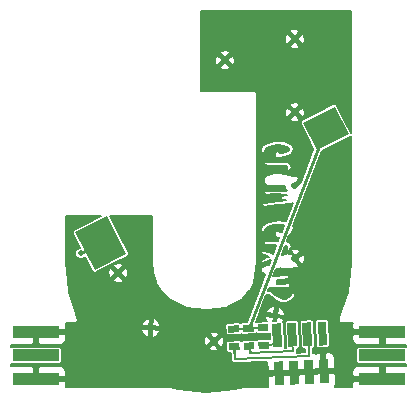
<source format=gbl>
G04 #@! TF.FileFunction,Copper,L2,Bot,Signal*
%FSLAX46Y46*%
G04 Gerber Fmt 4.6, Leading zero omitted, Abs format (unit mm)*
G04 Created by KiCad (PCBNEW 4.0.0-rc2-stable) date 3/3/2016 3:45:09 PM*
%MOMM*%
G01*
G04 APERTURE LIST*
%ADD10C,0.150000*%
%ADD11C,0.500000*%
%ADD12R,4.000000X1.000000*%
%ADD13C,0.600000*%
%ADD14C,0.254000*%
%ADD15C,0.152400*%
G04 APERTURE END LIST*
D10*
D11*
X55999590Y-41235686D03*
X58747029Y-45859908D03*
X64103395Y-47008621D03*
X69273889Y-44840174D03*
X70959961Y-39994140D03*
X70943080Y-33821465D03*
X70943080Y-27615262D03*
X70943080Y-21409060D03*
X65023305Y-23204706D03*
D12*
X78367330Y-50192207D03*
X78367330Y-48192207D03*
X78367330Y-46192207D03*
D13*
X77367330Y-50192207D03*
X77367330Y-48192207D03*
X77367330Y-46192207D03*
D12*
X49020836Y-46192207D03*
X49020836Y-48192207D03*
X49020836Y-50192207D03*
D13*
X50020836Y-46192207D03*
X50020836Y-48192207D03*
X50020836Y-50192207D03*
D10*
G36*
X75510003Y-29459309D02*
X72836983Y-30821281D01*
X71656607Y-28504665D01*
X74329627Y-27142693D01*
X75510003Y-29459309D01*
X75510003Y-29459309D01*
G37*
G36*
X56669460Y-39620213D02*
X53996441Y-40982185D01*
X52362074Y-37774561D01*
X55035093Y-36412589D01*
X56669460Y-39620213D01*
X56669460Y-39620213D01*
G37*
D11*
X52822855Y-39559970D03*
D10*
G36*
X69278071Y-50710860D02*
X69195046Y-48712584D01*
X69954391Y-48681034D01*
X70037416Y-50679310D01*
X69278071Y-50710860D01*
X69278071Y-50710860D01*
G37*
G36*
X70546977Y-50658140D02*
X70463952Y-48659864D01*
X71223297Y-48628314D01*
X71306322Y-50626590D01*
X70546977Y-50658140D01*
X70546977Y-50658140D01*
G37*
G36*
X71815882Y-50605420D02*
X71732857Y-48607144D01*
X72492202Y-48575594D01*
X72575227Y-50573870D01*
X71815882Y-50605420D01*
X71815882Y-50605420D01*
G37*
G36*
X73084787Y-50552699D02*
X73001762Y-48554423D01*
X73761107Y-48522873D01*
X73844132Y-50521149D01*
X73084787Y-50552699D01*
X73084787Y-50552699D01*
G37*
G36*
X69145233Y-47513619D02*
X69062208Y-45515343D01*
X69821553Y-45483793D01*
X69904578Y-47482069D01*
X69145233Y-47513619D01*
X69145233Y-47513619D01*
G37*
G36*
X70414138Y-47460898D02*
X70331113Y-45462622D01*
X71090458Y-45431072D01*
X71173483Y-47429348D01*
X70414138Y-47460898D01*
X70414138Y-47460898D01*
G37*
G36*
X71683043Y-47408178D02*
X71600018Y-45409902D01*
X72359363Y-45378352D01*
X72442388Y-47376628D01*
X71683043Y-47408178D01*
X71683043Y-47408178D01*
G37*
G36*
X72961940Y-47355042D02*
X72878916Y-45356766D01*
X73618278Y-45326048D01*
X73701302Y-47324324D01*
X72961940Y-47355042D01*
X72961940Y-47355042D01*
G37*
G36*
X67823206Y-46167338D02*
X67798298Y-45567855D01*
X68697522Y-45530494D01*
X68722430Y-46129977D01*
X67823206Y-46167338D01*
X67823206Y-46167338D01*
G37*
G36*
X67885475Y-47666045D02*
X67860567Y-47066562D01*
X68759791Y-47029201D01*
X68784699Y-47628684D01*
X67885475Y-47666045D01*
X67885475Y-47666045D01*
G37*
G36*
X66636552Y-47717935D02*
X66611644Y-47118452D01*
X67510868Y-47081091D01*
X67535776Y-47680574D01*
X66636552Y-47717935D01*
X66636552Y-47717935D01*
G37*
G36*
X66574284Y-46219228D02*
X66549376Y-45619745D01*
X67448600Y-45582384D01*
X67473508Y-46181867D01*
X66574284Y-46219228D01*
X66574284Y-46219228D01*
G37*
G36*
X65325361Y-46271118D02*
X65300453Y-45671635D01*
X66199677Y-45634274D01*
X66224585Y-46233757D01*
X65325361Y-46271118D01*
X65325361Y-46271118D01*
G37*
G36*
X65387630Y-47769825D02*
X65362722Y-47170342D01*
X66261946Y-47132981D01*
X66286854Y-47732464D01*
X65387630Y-47769825D01*
X65387630Y-47769825D01*
G37*
G36*
X68524536Y-47389277D02*
X68516234Y-47189450D01*
X69415458Y-47152089D01*
X69423760Y-47351916D01*
X68524536Y-47389277D01*
X68524536Y-47389277D01*
G37*
G36*
X67102768Y-48098910D02*
X67094466Y-47899082D01*
X70891190Y-47741336D01*
X70899492Y-47941164D01*
X67102768Y-48098910D01*
X67102768Y-48098910D01*
G37*
G36*
X65772613Y-48604563D02*
X65764310Y-48404735D01*
X72258707Y-48134907D01*
X72267010Y-48334735D01*
X65772613Y-48604563D01*
X65772613Y-48604563D01*
G37*
G36*
X67098618Y-47998996D02*
X67082013Y-47599341D01*
X67281840Y-47591038D01*
X67298445Y-47990693D01*
X67098618Y-47998996D01*
X67098618Y-47998996D01*
G37*
G36*
X70695514Y-47849553D02*
X70678909Y-47449898D01*
X70878736Y-47441595D01*
X70895341Y-47841250D01*
X70695514Y-47849553D01*
X70695514Y-47849553D01*
G37*
G36*
X72060955Y-48193166D02*
X72027745Y-47393856D01*
X72227573Y-47385554D01*
X72260783Y-48184864D01*
X72060955Y-48193166D01*
X72060955Y-48193166D01*
G37*
G36*
X65766386Y-48454692D02*
X65733176Y-47655382D01*
X65933004Y-47647080D01*
X65966214Y-48446390D01*
X65766386Y-48454692D01*
X65766386Y-48454692D01*
G37*
G36*
X66066412Y-46040156D02*
X66058110Y-45840328D01*
X68056386Y-45757304D01*
X68064688Y-45957132D01*
X66066412Y-46040156D01*
X66066412Y-46040156D01*
G37*
D14*
X54520000Y-38700000D02*
X52820000Y-39560000D01*
X54520000Y-38700000D02*
X52820000Y-39560000D01*
X54520000Y-38700000D02*
X52820000Y-39560000D01*
X54520000Y-38700000D02*
X52820000Y-39560000D01*
X54520000Y-38700000D02*
X52820000Y-39560000D01*
X54520000Y-38700000D02*
X52820000Y-39560000D01*
X54520000Y-38700000D02*
X52820000Y-39560000D01*
X54520000Y-38700000D02*
X52820000Y-39560000D01*
X54520000Y-38700000D02*
X52820000Y-39560000D01*
X73580000Y-28980000D02*
X67060000Y-45900000D01*
X73580000Y-28980000D02*
X67060000Y-45900000D01*
X73580000Y-28980000D02*
X67060000Y-45900000D01*
X73580000Y-28980000D02*
X67060000Y-45900000D01*
X73580000Y-28980000D02*
X67060000Y-45900000D01*
X73580000Y-28980000D02*
X67060000Y-45900000D01*
X73580000Y-28980000D02*
X67060000Y-45900000D01*
X73580000Y-28980000D02*
X67060000Y-45900000D01*
X73580000Y-28980000D02*
X67060000Y-45900000D01*
D15*
G36*
X75701400Y-29321549D02*
X74537301Y-27036878D01*
X74484639Y-26968634D01*
X74404707Y-26922039D01*
X74312945Y-26910213D01*
X74223812Y-26935019D01*
X71550792Y-28296991D01*
X71482548Y-28349653D01*
X71435953Y-28429585D01*
X71424127Y-28521347D01*
X71448933Y-28610480D01*
X72526423Y-30725171D01*
X71467093Y-33474229D01*
X71119857Y-33821465D01*
X71171335Y-33872943D01*
X70994558Y-34049720D01*
X70943080Y-33998242D01*
X70891603Y-34049720D01*
X70714826Y-33872943D01*
X70766303Y-33821465D01*
X70714826Y-33769988D01*
X70891603Y-33593211D01*
X70943080Y-33644688D01*
X71344939Y-33242829D01*
X71336461Y-33067359D01*
X71017933Y-32974221D01*
X70704189Y-33008311D01*
X70702268Y-33006598D01*
X70612268Y-32946598D01*
X70572105Y-32933829D01*
X70542305Y-32939011D01*
X70523880Y-32950867D01*
X70516966Y-32923641D01*
X70497544Y-32900452D01*
X70470631Y-32886646D01*
X70150631Y-32796646D01*
X70137735Y-32794194D01*
X69647735Y-32744194D01*
X69636760Y-32743869D01*
X69166760Y-32763869D01*
X69150460Y-32766348D01*
X68660460Y-32896348D01*
X68637732Y-32906598D01*
X68427732Y-33046598D01*
X68409851Y-33063218D01*
X68339851Y-33153218D01*
X68329803Y-33170354D01*
X68323800Y-33200000D01*
X68323800Y-33450000D01*
X68327710Y-33474097D01*
X68377710Y-33624097D01*
X68400410Y-33657855D01*
X68610410Y-33837855D01*
X68625750Y-33848069D01*
X68654931Y-33856031D01*
X68804931Y-33866031D01*
X68810000Y-33866200D01*
X69650000Y-33866200D01*
X69659649Y-33865587D01*
X70102619Y-33809038D01*
X70131684Y-34076536D01*
X70188974Y-34214846D01*
X70293213Y-34219882D01*
X70216986Y-34296109D01*
X70220656Y-34299779D01*
X69885844Y-34274024D01*
X69880000Y-34273800D01*
X68740000Y-34273800D01*
X68733302Y-34274095D01*
X68393302Y-34304095D01*
X68372305Y-34309011D01*
X68346868Y-34325379D01*
X68329803Y-34350354D01*
X68323800Y-34380000D01*
X68323800Y-34480000D01*
X68326608Y-34500494D01*
X68340363Y-34527433D01*
X68363516Y-34546898D01*
X68392418Y-34555822D01*
X68480755Y-34564656D01*
X68539983Y-34590039D01*
X68574227Y-34596083D01*
X69113170Y-34566142D01*
X69471072Y-34556200D01*
X69538223Y-34556200D01*
X69963362Y-34575974D01*
X70301237Y-34619415D01*
X70252601Y-34624160D01*
X70246662Y-34624976D01*
X69796662Y-34704976D01*
X69765060Y-34718463D01*
X69744659Y-34740795D01*
X69714659Y-34790795D01*
X69703800Y-34830000D01*
X69703800Y-34860000D01*
X69707710Y-34884097D01*
X69727710Y-34944097D01*
X69743964Y-34971637D01*
X69768468Y-34989370D01*
X69878468Y-35039370D01*
X69894696Y-35044647D01*
X69924944Y-35044720D01*
X69974944Y-35034720D01*
X69994078Y-35028155D01*
X70032180Y-35009104D01*
X70212764Y-35037893D01*
X69583223Y-35094102D01*
X69580171Y-35094437D01*
X68350171Y-35254437D01*
X68325922Y-35261845D01*
X68225922Y-35311845D01*
X68206868Y-35325379D01*
X68189803Y-35350354D01*
X68183800Y-35380000D01*
X68183800Y-35450000D01*
X68187710Y-35474097D01*
X68207710Y-35534097D01*
X68216020Y-35551388D01*
X68237163Y-35573019D01*
X68265056Y-35584720D01*
X68315056Y-35594720D01*
X68337459Y-35595834D01*
X69557459Y-35475834D01*
X69559886Y-35475556D01*
X70629886Y-35335556D01*
X70637453Y-35334174D01*
X70761636Y-35304954D01*
X70172855Y-36832896D01*
X69927260Y-36775781D01*
X69921167Y-36774623D01*
X69651167Y-36734623D01*
X69640000Y-36733800D01*
X69600000Y-36733800D01*
X69591097Y-36734322D01*
X69251097Y-36774322D01*
X69242472Y-36775843D01*
X68692472Y-36905843D01*
X68672994Y-36913389D01*
X68312994Y-37113389D01*
X68287349Y-37136626D01*
X68107349Y-37396626D01*
X68093948Y-37435247D01*
X68083948Y-37595247D01*
X68084837Y-37612527D01*
X68094837Y-37672527D01*
X68109994Y-37706965D01*
X68132994Y-37726611D01*
X68222994Y-37776611D01*
X68247225Y-37785122D01*
X68277458Y-37784173D01*
X68304940Y-37771537D01*
X68325341Y-37749205D01*
X68526993Y-37413119D01*
X68703647Y-37289461D01*
X69183654Y-37145459D01*
X69472534Y-37126200D01*
X69596003Y-37126200D01*
X69965715Y-37165117D01*
X70037186Y-37184970D01*
X69827332Y-37729561D01*
X69708652Y-37733800D01*
X69669923Y-37733800D01*
X69551850Y-37624161D01*
X69529646Y-37609803D01*
X69500000Y-37603800D01*
X69470000Y-37603800D01*
X69455056Y-37605280D01*
X69405056Y-37615280D01*
X69378038Y-37626395D01*
X69356598Y-37647732D01*
X69296598Y-37737732D01*
X69283800Y-37780000D01*
X69283800Y-37950000D01*
X69284388Y-37959451D01*
X69294388Y-38039451D01*
X69307575Y-38073698D01*
X69377575Y-38173698D01*
X69405922Y-38198155D01*
X69465922Y-38228155D01*
X69494073Y-38235969D01*
X69524097Y-38232290D01*
X69649748Y-38190406D01*
X69525131Y-38513800D01*
X68470000Y-38513800D01*
X68445903Y-38517710D01*
X68385903Y-38537710D01*
X68368612Y-38546020D01*
X68346981Y-38567163D01*
X68335280Y-38595056D01*
X68325280Y-38645056D01*
X68323800Y-38660000D01*
X68323800Y-38690000D01*
X68329250Y-38718300D01*
X68349250Y-38768300D01*
X68357616Y-38783757D01*
X68379555Y-38804580D01*
X68407866Y-38815228D01*
X68717866Y-38865228D01*
X68727374Y-38866155D01*
X69017374Y-38876155D01*
X69020000Y-38876200D01*
X69385483Y-38876200D01*
X69112069Y-39585734D01*
X68743274Y-39467441D01*
X68738126Y-39465987D01*
X68248126Y-39345987D01*
X68230000Y-39343800D01*
X68160000Y-39343800D01*
X68132305Y-39349011D01*
X68106868Y-39365379D01*
X68089803Y-39390354D01*
X68083800Y-39420000D01*
X68083800Y-39480000D01*
X68091845Y-39514078D01*
X68121845Y-39574078D01*
X68137594Y-39595318D01*
X68163244Y-39611348D01*
X68563244Y-39761348D01*
X68567733Y-39762874D01*
X68753959Y-39819777D01*
X68564119Y-39888330D01*
X68558593Y-39890574D01*
X68138593Y-40080574D01*
X68111462Y-40101218D01*
X68061462Y-40161218D01*
X68050383Y-40179019D01*
X68043814Y-40208545D01*
X68049250Y-40238300D01*
X68069250Y-40288300D01*
X68079994Y-40306965D01*
X68102994Y-40326611D01*
X68192994Y-40376611D01*
X68229398Y-40386198D01*
X68259090Y-40380429D01*
X68715225Y-40192025D01*
X68898961Y-40138768D01*
X68752107Y-40519868D01*
X68509224Y-40554566D01*
X68480795Y-40564659D01*
X68230795Y-40714659D01*
X68200949Y-40747776D01*
X68130949Y-40897776D01*
X68124266Y-40921585D01*
X68118601Y-40972566D01*
X68114266Y-41011585D01*
X68114566Y-41030776D01*
X68124566Y-41100776D01*
X68134659Y-41129205D01*
X68194659Y-41229205D01*
X68221821Y-41255945D01*
X68411821Y-41365945D01*
X68424414Y-41370261D01*
X68351001Y-41560774D01*
X68321022Y-41564331D01*
X68283761Y-41579433D01*
X68263840Y-41602194D01*
X68223840Y-41672194D01*
X68213800Y-41710000D01*
X68213800Y-41750000D01*
X68215424Y-41765648D01*
X68227388Y-41793430D01*
X68249217Y-41814368D01*
X68252759Y-41815721D01*
X66882126Y-45372641D01*
X66539700Y-45386868D01*
X66455721Y-45406311D01*
X66380062Y-45459564D01*
X66368783Y-45477639D01*
X66359859Y-45464960D01*
X66281366Y-45415980D01*
X66190001Y-45401397D01*
X65290777Y-45438758D01*
X65206798Y-45458201D01*
X65131139Y-45511454D01*
X65082159Y-45589946D01*
X65067576Y-45681311D01*
X65092484Y-46280794D01*
X65111927Y-46364773D01*
X65165179Y-46440432D01*
X65243672Y-46489412D01*
X65335037Y-46503995D01*
X66234261Y-46466634D01*
X66318240Y-46447191D01*
X66393899Y-46393938D01*
X66405178Y-46375863D01*
X66414102Y-46388542D01*
X66492595Y-46437522D01*
X66583960Y-46452105D01*
X67483184Y-46414744D01*
X67567163Y-46395301D01*
X67642822Y-46342048D01*
X67654101Y-46323974D01*
X67663024Y-46336652D01*
X67741517Y-46385632D01*
X67832882Y-46400215D01*
X68732106Y-46362854D01*
X68816085Y-46343411D01*
X68861991Y-46311100D01*
X68883856Y-46837350D01*
X68841480Y-46810907D01*
X68750115Y-46796324D01*
X67850891Y-46833685D01*
X67766912Y-46853128D01*
X67691253Y-46906381D01*
X67679974Y-46924456D01*
X67671050Y-46911777D01*
X67592557Y-46862797D01*
X67501192Y-46848214D01*
X66601968Y-46885575D01*
X66517989Y-46905018D01*
X66442330Y-46958271D01*
X66431051Y-46976345D01*
X66422128Y-46963667D01*
X66343635Y-46914687D01*
X66252270Y-46900104D01*
X65353046Y-46937465D01*
X65269067Y-46956908D01*
X65193408Y-47010161D01*
X65144428Y-47088653D01*
X65129845Y-47180018D01*
X65154753Y-47779501D01*
X65174196Y-47863480D01*
X65227448Y-47939139D01*
X65305941Y-47988119D01*
X65397306Y-48002702D01*
X65514126Y-47997848D01*
X65531433Y-48414409D01*
X65531433Y-48414411D01*
X65539736Y-48614239D01*
X65559179Y-48698218D01*
X65612431Y-48773877D01*
X65690924Y-48822857D01*
X65782289Y-48837440D01*
X68610648Y-48719928D01*
X68616174Y-48852940D01*
X68639418Y-49412402D01*
X68791405Y-49552263D01*
X69431203Y-49525681D01*
X69430373Y-49505698D01*
X69785667Y-49490937D01*
X69786497Y-49510919D01*
X70060311Y-49499543D01*
X70700109Y-49472961D01*
X70699279Y-49452978D01*
X71054573Y-49438217D01*
X71055403Y-49458199D01*
X71329216Y-49446823D01*
X71969014Y-49420241D01*
X71968184Y-49400258D01*
X72323478Y-49385497D01*
X72324308Y-49405479D01*
X72964106Y-49378897D01*
X72964107Y-49378896D01*
X73237919Y-49367520D01*
X73185600Y-48108257D01*
X73169559Y-48093495D01*
X73540893Y-48093495D01*
X73593213Y-49352758D01*
X74233011Y-49326176D01*
X74372872Y-49174189D01*
X74349628Y-48614727D01*
X74339980Y-48382518D01*
X74242204Y-48171677D01*
X74071186Y-48014302D01*
X73852961Y-47934353D01*
X73680754Y-47941508D01*
X73540893Y-48093495D01*
X73169559Y-48093495D01*
X73033613Y-47968395D01*
X72861406Y-47975550D01*
X72725117Y-48038753D01*
X72584056Y-47987074D01*
X72486013Y-47991148D01*
X72469984Y-47605356D01*
X72536043Y-47590062D01*
X72611702Y-47536810D01*
X72660682Y-47458317D01*
X72675265Y-47366952D01*
X72592240Y-45368676D01*
X72591723Y-45366442D01*
X72646039Y-45366442D01*
X72729063Y-47364718D01*
X72748506Y-47448696D01*
X72801758Y-47524356D01*
X72880251Y-47573336D01*
X72971615Y-47587919D01*
X73710977Y-47557201D01*
X73794957Y-47537758D01*
X73870616Y-47484506D01*
X73919596Y-47406013D01*
X73934179Y-47314648D01*
X73851155Y-45316372D01*
X73831712Y-45232394D01*
X73778460Y-45156734D01*
X73699967Y-45107754D01*
X73608603Y-45093171D01*
X72869241Y-45123889D01*
X72785261Y-45143332D01*
X72709602Y-45196584D01*
X72660622Y-45275077D01*
X72646039Y-45366442D01*
X72591723Y-45366442D01*
X72572797Y-45284697D01*
X72519544Y-45209038D01*
X72441052Y-45160058D01*
X72349687Y-45145475D01*
X71590342Y-45177025D01*
X71506363Y-45196468D01*
X71430704Y-45249720D01*
X71381724Y-45328213D01*
X71367141Y-45419578D01*
X71450166Y-47417854D01*
X71469609Y-47501833D01*
X71522862Y-47577492D01*
X71601354Y-47626472D01*
X71692719Y-47641055D01*
X71804544Y-47636409D01*
X71816327Y-47920008D01*
X71129648Y-47948538D01*
X71132369Y-47931489D01*
X71124067Y-47731661D01*
X71124067Y-47731660D01*
X71121289Y-47664796D01*
X71183159Y-47662225D01*
X71267138Y-47642782D01*
X71342797Y-47589530D01*
X71391777Y-47511037D01*
X71406360Y-47419672D01*
X71323335Y-45421396D01*
X71303892Y-45337417D01*
X71250639Y-45261758D01*
X71172147Y-45212778D01*
X71080782Y-45198195D01*
X70321437Y-45229745D01*
X70237458Y-45249188D01*
X70161799Y-45302440D01*
X70112819Y-45380933D01*
X70098236Y-45472298D01*
X70181261Y-47470574D01*
X70196620Y-47536915D01*
X70126693Y-47539820D01*
X70137455Y-47472393D01*
X70054430Y-45474117D01*
X70034987Y-45390138D01*
X69989413Y-45325388D01*
X69999983Y-45314818D01*
X69985373Y-45300208D01*
X70023938Y-45241237D01*
X69932015Y-45091531D01*
X69740583Y-45055418D01*
X69539480Y-44854315D01*
X69402210Y-44991585D01*
X69373551Y-44986179D01*
X69365631Y-45028164D01*
X69288030Y-45105765D01*
X69340999Y-45158734D01*
X69319752Y-45271363D01*
X69084370Y-45281143D01*
X69259748Y-45105765D01*
X69122478Y-44968495D01*
X69127884Y-44939836D01*
X69085899Y-44931916D01*
X69008298Y-44854315D01*
X68955329Y-44907284D01*
X68569419Y-44834484D01*
X68429272Y-44940411D01*
X68531924Y-45256002D01*
X68566340Y-45296273D01*
X68559671Y-45302942D01*
X67788622Y-45334978D01*
X67704643Y-45354421D01*
X67631479Y-45405918D01*
X67887888Y-44740512D01*
X69419894Y-44740512D01*
X69978359Y-44845864D01*
X70118506Y-44739937D01*
X70015854Y-44424346D01*
X69800244Y-44172061D01*
X69674952Y-44090125D01*
X69525246Y-44182048D01*
X69419894Y-44740512D01*
X67887888Y-44740512D01*
X68004031Y-44439111D01*
X68523840Y-44439111D01*
X68615763Y-44588817D01*
X69174227Y-44694169D01*
X69279579Y-44135704D01*
X69173652Y-43995557D01*
X68858061Y-44098209D01*
X68605776Y-44313819D01*
X68523840Y-44439111D01*
X68004031Y-44439111D01*
X68523005Y-43092327D01*
X68577914Y-43053567D01*
X68635513Y-43047168D01*
X68739089Y-43071070D01*
X69121922Y-43329482D01*
X69377185Y-43574927D01*
X69400865Y-43590410D01*
X69690865Y-43710410D01*
X69710549Y-43715612D01*
X69870549Y-43735612D01*
X69880000Y-43736200D01*
X70190000Y-43736200D01*
X70209810Y-43733580D01*
X70469810Y-43663580D01*
X70490108Y-43654790D01*
X70700108Y-43524790D01*
X70715318Y-43512406D01*
X70895318Y-43322406D01*
X70905820Y-43308395D01*
X70975820Y-43188395D01*
X70986200Y-43150000D01*
X70986200Y-43010000D01*
X70985163Y-42997473D01*
X70975163Y-42937473D01*
X70963980Y-42908612D01*
X70942837Y-42886981D01*
X70914944Y-42875280D01*
X70864944Y-42865280D01*
X70850000Y-42863800D01*
X70780000Y-42863800D01*
X70738038Y-42876395D01*
X70716598Y-42897732D01*
X70563059Y-43128040D01*
X70322838Y-43322065D01*
X70163560Y-43375158D01*
X70085779Y-43383800D01*
X69956305Y-43383800D01*
X69797368Y-43357311D01*
X69315466Y-43058531D01*
X69000178Y-42782654D01*
X68967453Y-42765826D01*
X68797453Y-42725826D01*
X68780000Y-42723800D01*
X68665014Y-42723800D01*
X68764311Y-42466116D01*
X69560944Y-42446200D01*
X70430000Y-42446200D01*
X70442527Y-42445163D01*
X70502527Y-42435163D01*
X70533430Y-42422612D01*
X70554368Y-42400783D01*
X70565163Y-42372527D01*
X70575163Y-42312527D01*
X70576200Y-42300000D01*
X70576200Y-42230000D01*
X70575163Y-42217473D01*
X70565163Y-42157473D01*
X70552612Y-42126570D01*
X70530783Y-42105632D01*
X70502527Y-42094837D01*
X70442527Y-42084837D01*
X70426195Y-42083895D01*
X69828095Y-42113800D01*
X69449951Y-42113800D01*
X69475163Y-41962527D01*
X69476200Y-41950000D01*
X69476200Y-41822959D01*
X69863310Y-41806128D01*
X69870565Y-41805464D01*
X70370565Y-41735464D01*
X70396295Y-41727001D01*
X70419502Y-41707602D01*
X70459502Y-41657602D01*
X70470197Y-41639646D01*
X70476200Y-41610000D01*
X70476200Y-41540000D01*
X70472290Y-41515903D01*
X70452290Y-41455903D01*
X70440154Y-41433225D01*
X70417217Y-41413507D01*
X70388415Y-41404266D01*
X70298415Y-41394266D01*
X70284453Y-41394002D01*
X69145404Y-41477144D01*
X69374952Y-40881445D01*
X69637399Y-40855840D01*
X69656756Y-40851348D01*
X69717260Y-40828659D01*
X69866758Y-40855041D01*
X69880000Y-40856200D01*
X70710000Y-40856200D01*
X70722527Y-40855163D01*
X70782527Y-40845163D01*
X70813430Y-40832612D01*
X70815895Y-40830042D01*
X71135416Y-40826390D01*
X71278616Y-40782736D01*
X71304013Y-40608907D01*
X70942875Y-40170089D01*
X70895317Y-40209228D01*
X70717709Y-40031620D01*
X70742489Y-40011226D01*
X71135910Y-40011226D01*
X71497048Y-40450044D01*
X71672516Y-40458564D01*
X71796004Y-40150529D01*
X71792211Y-39818685D01*
X71748557Y-39675485D01*
X71574728Y-39650088D01*
X71135910Y-40011226D01*
X70742489Y-40011226D01*
X70784012Y-39977054D01*
X70724378Y-39904593D01*
X70737695Y-39900989D01*
X70763132Y-39884621D01*
X70780197Y-39859646D01*
X70786200Y-39830000D01*
X70786200Y-39730000D01*
X70776160Y-39692194D01*
X70736160Y-39622194D01*
X70720020Y-39602515D01*
X70693714Y-39587584D01*
X70663672Y-39584063D01*
X70473622Y-39599900D01*
X70422874Y-39538236D01*
X70247406Y-39529716D01*
X70210479Y-39621829D01*
X69848719Y-39651975D01*
X69953764Y-39379373D01*
X70615909Y-39379373D01*
X70977047Y-39818191D01*
X71415865Y-39457053D01*
X71424385Y-39281585D01*
X71116350Y-39158097D01*
X70784506Y-39161890D01*
X70641306Y-39205544D01*
X70615909Y-39379373D01*
X69953764Y-39379373D01*
X70143351Y-38887380D01*
X70283800Y-38899772D01*
X70283800Y-38925253D01*
X70254388Y-39160549D01*
X70254784Y-39182205D01*
X70265458Y-39210506D01*
X70286302Y-39232425D01*
X70386302Y-39302425D01*
X70408937Y-39313231D01*
X70439087Y-39315656D01*
X70467806Y-39306160D01*
X70537806Y-39266160D01*
X70568155Y-39234078D01*
X70668155Y-39034078D01*
X70676069Y-38995525D01*
X70666069Y-38825525D01*
X70660599Y-38801327D01*
X70643882Y-38776118D01*
X70453882Y-38586118D01*
X70437645Y-38573748D01*
X70408903Y-38564322D01*
X70273956Y-38548446D01*
X70488244Y-37992350D01*
X70561270Y-37959488D01*
X70590473Y-37936362D01*
X70820473Y-37636362D01*
X70835781Y-37597977D01*
X70855781Y-37407977D01*
X70855887Y-37393101D01*
X70845887Y-37283101D01*
X70829808Y-37242783D01*
X70794378Y-37197905D01*
X73227422Y-30883932D01*
X75615818Y-29666983D01*
X75684062Y-29614321D01*
X75701400Y-29584578D01*
X75701400Y-40346108D01*
X75456025Y-42799863D01*
X74708338Y-44965240D01*
X74688191Y-44995461D01*
X74677773Y-45020687D01*
X74662607Y-45043384D01*
X74657226Y-45070438D01*
X74646696Y-45095934D01*
X74646725Y-45123231D01*
X74641400Y-45150000D01*
X74646781Y-45177053D01*
X74646810Y-45204638D01*
X74657282Y-45229845D01*
X74662607Y-45256616D01*
X74677931Y-45279550D01*
X74688514Y-45305024D01*
X74707835Y-45324305D01*
X74723000Y-45347000D01*
X74745937Y-45362326D01*
X74765461Y-45381809D01*
X74790687Y-45392227D01*
X74813384Y-45407393D01*
X74840438Y-45412774D01*
X74865934Y-45423304D01*
X74893231Y-45423275D01*
X74920000Y-45428600D01*
X75844186Y-45428600D01*
X75783130Y-45576002D01*
X75783130Y-45868357D01*
X75929180Y-46014407D01*
X76499410Y-46014407D01*
X76467918Y-46130540D01*
X76498712Y-46370007D01*
X75929180Y-46370007D01*
X75783130Y-46516057D01*
X75783130Y-46808412D01*
X75872069Y-47023130D01*
X76036408Y-47187468D01*
X76251126Y-47276407D01*
X78043480Y-47276407D01*
X78189530Y-47130357D01*
X78189530Y-46538605D01*
X78266742Y-46253874D01*
X78233376Y-45994407D01*
X78545130Y-45994407D01*
X78545130Y-46014407D01*
X78565130Y-46014407D01*
X78565130Y-46370007D01*
X78545130Y-46370007D01*
X78545130Y-47130357D01*
X78691180Y-47276407D01*
X80401400Y-47276407D01*
X80401400Y-47466028D01*
X80367330Y-47459129D01*
X76367330Y-47459129D01*
X76282616Y-47475069D01*
X76204812Y-47525135D01*
X76152615Y-47601527D01*
X76134252Y-47692207D01*
X76134252Y-48692207D01*
X76150192Y-48776921D01*
X76200258Y-48854725D01*
X76276650Y-48906922D01*
X76367330Y-48925285D01*
X80367330Y-48925285D01*
X80401400Y-48918874D01*
X80401400Y-49108007D01*
X78691180Y-49108007D01*
X78545130Y-49254057D01*
X78545130Y-50014407D01*
X78565130Y-50014407D01*
X78565130Y-50370007D01*
X78545130Y-50370007D01*
X78545130Y-50390007D01*
X78229826Y-50390007D01*
X78266742Y-50253874D01*
X78221877Y-49904990D01*
X78189530Y-49826897D01*
X78189530Y-49254057D01*
X78043480Y-49108007D01*
X76251126Y-49108007D01*
X76036408Y-49196946D01*
X75872069Y-49361284D01*
X75783130Y-49576002D01*
X75783130Y-49868357D01*
X75929180Y-50014407D01*
X76499410Y-50014407D01*
X76467918Y-50130540D01*
X76498712Y-50370007D01*
X75929180Y-50370007D01*
X75783130Y-50516057D01*
X75783130Y-50808412D01*
X75809220Y-50871400D01*
X74315735Y-50871400D01*
X74352703Y-50831227D01*
X74432652Y-50613002D01*
X74423004Y-50380793D01*
X74399760Y-49821331D01*
X74247773Y-49681470D01*
X73607975Y-49708052D01*
X73608805Y-49728035D01*
X73253511Y-49742796D01*
X73252681Y-49722814D01*
X72612883Y-49749396D01*
X72612882Y-49749397D01*
X72339070Y-49760773D01*
X72339900Y-49780756D01*
X71984606Y-49795517D01*
X71983776Y-49775535D01*
X71709963Y-49786911D01*
X71070165Y-49813493D01*
X71070995Y-49833476D01*
X70715701Y-49848237D01*
X70714871Y-49828255D01*
X70441057Y-49839631D01*
X69801259Y-49866213D01*
X69802089Y-49886196D01*
X69446795Y-49900957D01*
X69445965Y-49880975D01*
X68806167Y-49907557D01*
X68666306Y-50059544D01*
X68689550Y-50619006D01*
X68699198Y-50851215D01*
X68708559Y-50871400D01*
X66690000Y-50871400D01*
X66657336Y-50877897D01*
X66624064Y-50879315D01*
X65865931Y-51063988D01*
X63470044Y-51250553D01*
X61084959Y-51064065D01*
X60347570Y-50879718D01*
X60313476Y-50878059D01*
X60280000Y-50871400D01*
X51578946Y-50871400D01*
X51605036Y-50808412D01*
X51605036Y-50516057D01*
X51458986Y-50370007D01*
X50888756Y-50370007D01*
X50920248Y-50253874D01*
X50889454Y-50014407D01*
X51458986Y-50014407D01*
X51605036Y-49868357D01*
X51605036Y-49576002D01*
X51516097Y-49361284D01*
X51351758Y-49196946D01*
X51137040Y-49108007D01*
X49344686Y-49108007D01*
X49198636Y-49254057D01*
X49198636Y-49845809D01*
X49121424Y-50130540D01*
X49154790Y-50390007D01*
X48843036Y-50390007D01*
X48843036Y-50370007D01*
X48823036Y-50370007D01*
X48823036Y-50014407D01*
X48843036Y-50014407D01*
X48843036Y-49254057D01*
X48696986Y-49108007D01*
X46908600Y-49108007D01*
X46908600Y-48892193D01*
X46930156Y-48906922D01*
X47020836Y-48925285D01*
X51020836Y-48925285D01*
X51105550Y-48909345D01*
X51183354Y-48859279D01*
X51235551Y-48782887D01*
X51253914Y-48692207D01*
X51253914Y-47729955D01*
X63652726Y-47729955D01*
X63963074Y-47847510D01*
X64294784Y-47837352D01*
X64437120Y-47790959D01*
X64459178Y-47616674D01*
X64089688Y-47184865D01*
X63657879Y-47554356D01*
X63652726Y-47729955D01*
X51253914Y-47729955D01*
X51253914Y-47692207D01*
X51237974Y-47607493D01*
X51187908Y-47529689D01*
X51111516Y-47477492D01*
X51020836Y-47459129D01*
X47020836Y-47459129D01*
X46936122Y-47475069D01*
X46908600Y-47492779D01*
X46908600Y-47276407D01*
X48696986Y-47276407D01*
X48843036Y-47130357D01*
X48843036Y-46370007D01*
X48823036Y-46370007D01*
X48823036Y-46014407D01*
X48843036Y-46014407D01*
X48843036Y-45994407D01*
X49158340Y-45994407D01*
X49121424Y-46130540D01*
X49166289Y-46479424D01*
X49198636Y-46557517D01*
X49198636Y-47130357D01*
X49344686Y-47276407D01*
X51137040Y-47276407D01*
X51351758Y-47187468D01*
X51516097Y-47023130D01*
X51580229Y-46868300D01*
X63264506Y-46868300D01*
X63274664Y-47200010D01*
X63321057Y-47342346D01*
X63495342Y-47364404D01*
X63895113Y-47022328D01*
X64279639Y-47022328D01*
X64649130Y-47454137D01*
X64824729Y-47459290D01*
X64942284Y-47148942D01*
X64932126Y-46817232D01*
X64885733Y-46674896D01*
X64711448Y-46652838D01*
X64279639Y-47022328D01*
X63895113Y-47022328D01*
X63927151Y-46994914D01*
X63557660Y-46563105D01*
X63382061Y-46557952D01*
X63264506Y-46868300D01*
X51580229Y-46868300D01*
X51605036Y-46808412D01*
X51605036Y-46516057D01*
X51458986Y-46370007D01*
X50888756Y-46370007D01*
X50920248Y-46253874D01*
X50897625Y-46077941D01*
X57924906Y-46077941D01*
X58070924Y-46375957D01*
X58319873Y-46595409D01*
X58455444Y-46658909D01*
X58577053Y-46558176D01*
X58840477Y-46558176D01*
X58965062Y-46682031D01*
X59263078Y-46536013D01*
X59382474Y-46400568D01*
X63747612Y-46400568D01*
X64117102Y-46832377D01*
X64548911Y-46462886D01*
X64554064Y-46287287D01*
X64243716Y-46169732D01*
X63912006Y-46179890D01*
X63769670Y-46226283D01*
X63747612Y-46400568D01*
X59382474Y-46400568D01*
X59482530Y-46287064D01*
X59546030Y-46151493D01*
X59433966Y-46016204D01*
X58866235Y-45990445D01*
X58840477Y-46558176D01*
X58577053Y-46558176D01*
X58590733Y-46546845D01*
X58616492Y-45979114D01*
X58048761Y-45953356D01*
X57924906Y-46077941D01*
X50897625Y-46077941D01*
X50889454Y-46014407D01*
X51458986Y-46014407D01*
X51605036Y-45868357D01*
X51605036Y-45740702D01*
X58877566Y-45740702D01*
X59445297Y-45766460D01*
X59569152Y-45641875D01*
X59423134Y-45343859D01*
X59174185Y-45124407D01*
X59038614Y-45060907D01*
X58903325Y-45172971D01*
X58877566Y-45740702D01*
X51605036Y-45740702D01*
X51605036Y-45576002D01*
X51601856Y-45568323D01*
X57948028Y-45568323D01*
X58060092Y-45703612D01*
X58627823Y-45729371D01*
X58653581Y-45161640D01*
X58528996Y-45037785D01*
X58230980Y-45183803D01*
X58011528Y-45432752D01*
X57948028Y-45568323D01*
X51601856Y-45568323D01*
X51543980Y-45428600D01*
X52320000Y-45428600D01*
X52346769Y-45423275D01*
X52374066Y-45423304D01*
X52399562Y-45412774D01*
X52426616Y-45407393D01*
X52449313Y-45392227D01*
X52474539Y-45381809D01*
X52494063Y-45362326D01*
X52517000Y-45347000D01*
X52532165Y-45324305D01*
X52551486Y-45305024D01*
X52562069Y-45279550D01*
X52577393Y-45256616D01*
X52582718Y-45229845D01*
X52593190Y-45204638D01*
X52593219Y-45177053D01*
X52598600Y-45150000D01*
X52593275Y-45123231D01*
X52593304Y-45095934D01*
X52582774Y-45070438D01*
X52577393Y-45043384D01*
X52562227Y-45020687D01*
X52551809Y-44995461D01*
X52533568Y-44968100D01*
X51844485Y-42803797D01*
X51749496Y-41814322D01*
X55597731Y-41814322D01*
X55606209Y-41989792D01*
X55924737Y-42082930D01*
X56254661Y-42047082D01*
X56392971Y-41989792D01*
X56401449Y-41814322D01*
X55999590Y-41412463D01*
X55597731Y-41814322D01*
X51749496Y-41814322D01*
X51608600Y-40346658D01*
X51608600Y-36418600D01*
X54509898Y-36418600D01*
X52256259Y-37566887D01*
X52188015Y-37619549D01*
X52141420Y-37699481D01*
X52129594Y-37791243D01*
X52154400Y-37880376D01*
X52766312Y-39081321D01*
X52728073Y-39081287D01*
X52552104Y-39153996D01*
X52417355Y-39288511D01*
X52344339Y-39464353D01*
X52344172Y-39654752D01*
X52416881Y-39830721D01*
X52551396Y-39965470D01*
X52727238Y-40038486D01*
X52917637Y-40038653D01*
X53093606Y-39965944D01*
X53175431Y-39884261D01*
X53788767Y-41088000D01*
X53841429Y-41156244D01*
X53921361Y-41202839D01*
X54013123Y-41214665D01*
X54102256Y-41189859D01*
X54159222Y-41160833D01*
X55152346Y-41160833D01*
X55188194Y-41490757D01*
X55245484Y-41629067D01*
X55420954Y-41637545D01*
X55822813Y-41235686D01*
X56176367Y-41235686D01*
X56578226Y-41637545D01*
X56753696Y-41629067D01*
X56846834Y-41310539D01*
X56810986Y-40980615D01*
X56753696Y-40842305D01*
X56578226Y-40833827D01*
X56176367Y-41235686D01*
X55822813Y-41235686D01*
X55420954Y-40833827D01*
X55245484Y-40842305D01*
X55152346Y-41160833D01*
X54159222Y-41160833D01*
X55147951Y-40657050D01*
X55597731Y-40657050D01*
X55999590Y-41058909D01*
X56401449Y-40657050D01*
X56392971Y-40481580D01*
X56074443Y-40388442D01*
X55744519Y-40424290D01*
X55606209Y-40481580D01*
X55597731Y-40657050D01*
X55147951Y-40657050D01*
X56775275Y-39827887D01*
X56843519Y-39775225D01*
X56890114Y-39695293D01*
X56901940Y-39603531D01*
X56877134Y-39514398D01*
X55299745Y-36418600D01*
X58881400Y-36418600D01*
X58881400Y-40220000D01*
X58883810Y-40232116D01*
X58882470Y-40244398D01*
X58962470Y-41154398D01*
X58970581Y-41182183D01*
X58973430Y-41210983D01*
X59213430Y-42000983D01*
X59228704Y-42029531D01*
X59239221Y-42060155D01*
X59629221Y-42730155D01*
X59652191Y-42756161D01*
X59671201Y-42785184D01*
X60211201Y-43335185D01*
X60246886Y-43359505D01*
X60280463Y-43386654D01*
X61670463Y-44116654D01*
X61715792Y-44130044D01*
X61760369Y-44145767D01*
X63430368Y-44385767D01*
X63470476Y-44383615D01*
X63510583Y-44385628D01*
X65140583Y-44145628D01*
X65188685Y-44128475D01*
X65237211Y-44112469D01*
X66527211Y-43382469D01*
X66561702Y-43352744D01*
X66598019Y-43325326D01*
X67088020Y-42775326D01*
X67106236Y-42744337D01*
X67128441Y-42716075D01*
X67468441Y-42046075D01*
X67479924Y-42005103D01*
X67494896Y-41965277D01*
X67774896Y-40265277D01*
X67774139Y-40242426D01*
X67778600Y-40220000D01*
X67778600Y-31940000D01*
X68323800Y-31940000D01*
X68323800Y-31980000D01*
X68329250Y-32008300D01*
X68349250Y-32058300D01*
X68357616Y-32073757D01*
X68379555Y-32094580D01*
X68407866Y-32105228D01*
X68717866Y-32155228D01*
X68730000Y-32156200D01*
X70015534Y-32156200D01*
X70283800Y-32187761D01*
X70283800Y-32215253D01*
X70254388Y-32450549D01*
X70254784Y-32472205D01*
X70265458Y-32500506D01*
X70286302Y-32522425D01*
X70386302Y-32592425D01*
X70408937Y-32603231D01*
X70439087Y-32605656D01*
X70467806Y-32596160D01*
X70537806Y-32556160D01*
X70568155Y-32524078D01*
X70668155Y-32324078D01*
X70676083Y-32285773D01*
X70666083Y-32105773D01*
X70659799Y-32079430D01*
X70642406Y-32054682D01*
X70452406Y-31874682D01*
X70437645Y-31863748D01*
X70408903Y-31854322D01*
X70238903Y-31834322D01*
X70235183Y-31833977D01*
X69795183Y-31803977D01*
X69791524Y-31803815D01*
X69291524Y-31793815D01*
X69290000Y-31793800D01*
X68470000Y-31793800D01*
X68445903Y-31797710D01*
X68385903Y-31817710D01*
X68368612Y-31826020D01*
X68346981Y-31847163D01*
X68335280Y-31875056D01*
X68325280Y-31925056D01*
X68323800Y-31940000D01*
X67778600Y-31940000D01*
X67778600Y-30885247D01*
X68083948Y-30885247D01*
X68085280Y-30904944D01*
X68095280Y-30954944D01*
X68106395Y-30981962D01*
X68127732Y-31003402D01*
X68217732Y-31063402D01*
X68247225Y-31075122D01*
X68277458Y-31074173D01*
X68304940Y-31061537D01*
X68325341Y-31039205D01*
X68526993Y-30703119D01*
X68704229Y-30579053D01*
X69183130Y-30425805D01*
X69471279Y-30416200D01*
X69596003Y-30416200D01*
X69965715Y-30455117D01*
X70307206Y-30549976D01*
X70413114Y-30623296D01*
X70423800Y-30641107D01*
X70423800Y-30792087D01*
X70345237Y-30884935D01*
X69975731Y-31014261D01*
X69708652Y-31023800D01*
X69671564Y-31023800D01*
X69553882Y-30906118D01*
X69529646Y-30889803D01*
X69500000Y-30883800D01*
X69470000Y-30883800D01*
X69441700Y-30889250D01*
X69391700Y-30909250D01*
X69359040Y-30934280D01*
X69299040Y-31014280D01*
X69289803Y-31030354D01*
X69283800Y-31060000D01*
X69283800Y-31240000D01*
X69284388Y-31249451D01*
X69294388Y-31329451D01*
X69307575Y-31363698D01*
X69377575Y-31463698D01*
X69389677Y-31477219D01*
X69415903Y-31492290D01*
X69475903Y-31512290D01*
X69494073Y-31515969D01*
X69524097Y-31512290D01*
X69728235Y-31444244D01*
X70342134Y-31345228D01*
X70364078Y-31338155D01*
X70564078Y-31238155D01*
X70589703Y-31217350D01*
X70819703Y-30927350D01*
X70835822Y-30887582D01*
X70855822Y-30687582D01*
X70855887Y-30673101D01*
X70845887Y-30563101D01*
X70829808Y-30522783D01*
X70679808Y-30332783D01*
X70654078Y-30311845D01*
X70374078Y-30171845D01*
X70358885Y-30166177D01*
X69928885Y-30056177D01*
X69918415Y-30054266D01*
X69648415Y-30024266D01*
X69640000Y-30023800D01*
X69600000Y-30023800D01*
X69591097Y-30024322D01*
X69251097Y-30064322D01*
X69242472Y-30065843D01*
X68692472Y-30195843D01*
X68674433Y-30202610D01*
X68314433Y-30392610D01*
X68286598Y-30417732D01*
X68106598Y-30687732D01*
X68093948Y-30725247D01*
X68083948Y-30885247D01*
X67778600Y-30885247D01*
X67778600Y-28193898D01*
X70541221Y-28193898D01*
X70549699Y-28369368D01*
X70868227Y-28462506D01*
X71198151Y-28426658D01*
X71336461Y-28369368D01*
X71344939Y-28193898D01*
X70943080Y-27792039D01*
X70541221Y-28193898D01*
X67778600Y-28193898D01*
X67778600Y-27540409D01*
X70095836Y-27540409D01*
X70131684Y-27870333D01*
X70188974Y-28008643D01*
X70364444Y-28017121D01*
X70766303Y-27615262D01*
X71119857Y-27615262D01*
X71521716Y-28017121D01*
X71697186Y-28008643D01*
X71790324Y-27690115D01*
X71754476Y-27360191D01*
X71697186Y-27221881D01*
X71521716Y-27213403D01*
X71119857Y-27615262D01*
X70766303Y-27615262D01*
X70364444Y-27213403D01*
X70188974Y-27221881D01*
X70095836Y-27540409D01*
X67778600Y-27540409D01*
X67778600Y-27036626D01*
X70541221Y-27036626D01*
X70943080Y-27438485D01*
X71344939Y-27036626D01*
X71336461Y-26861156D01*
X71017933Y-26768018D01*
X70688009Y-26803866D01*
X70549699Y-26861156D01*
X70541221Y-27036626D01*
X67778600Y-27036626D01*
X67778600Y-26090000D01*
X67757393Y-25983384D01*
X67697000Y-25893000D01*
X67606616Y-25832607D01*
X67500000Y-25811400D01*
X63048600Y-25811400D01*
X63048600Y-23783342D01*
X64621446Y-23783342D01*
X64629924Y-23958812D01*
X64948452Y-24051950D01*
X65278376Y-24016102D01*
X65416686Y-23958812D01*
X65425164Y-23783342D01*
X65023305Y-23381483D01*
X64621446Y-23783342D01*
X63048600Y-23783342D01*
X63048600Y-23129853D01*
X64176061Y-23129853D01*
X64211909Y-23459777D01*
X64269199Y-23598087D01*
X64444669Y-23606565D01*
X64846528Y-23204706D01*
X65200082Y-23204706D01*
X65601941Y-23606565D01*
X65777411Y-23598087D01*
X65870549Y-23279559D01*
X65834701Y-22949635D01*
X65777411Y-22811325D01*
X65601941Y-22802847D01*
X65200082Y-23204706D01*
X64846528Y-23204706D01*
X64444669Y-22802847D01*
X64269199Y-22811325D01*
X64176061Y-23129853D01*
X63048600Y-23129853D01*
X63048600Y-22626070D01*
X64621446Y-22626070D01*
X65023305Y-23027929D01*
X65425164Y-22626070D01*
X65416686Y-22450600D01*
X65098158Y-22357462D01*
X64768234Y-22393310D01*
X64629924Y-22450600D01*
X64621446Y-22626070D01*
X63048600Y-22626070D01*
X63048600Y-21987696D01*
X70541221Y-21987696D01*
X70549699Y-22163166D01*
X70868227Y-22256304D01*
X71198151Y-22220456D01*
X71336461Y-22163166D01*
X71344939Y-21987696D01*
X70943080Y-21585837D01*
X70541221Y-21987696D01*
X63048600Y-21987696D01*
X63048600Y-21334207D01*
X70095836Y-21334207D01*
X70131684Y-21664131D01*
X70188974Y-21802441D01*
X70364444Y-21810919D01*
X70766303Y-21409060D01*
X71119857Y-21409060D01*
X71521716Y-21810919D01*
X71697186Y-21802441D01*
X71790324Y-21483913D01*
X71754476Y-21153989D01*
X71697186Y-21015679D01*
X71521716Y-21007201D01*
X71119857Y-21409060D01*
X70766303Y-21409060D01*
X70364444Y-21007201D01*
X70188974Y-21015679D01*
X70095836Y-21334207D01*
X63048600Y-21334207D01*
X63048600Y-20830424D01*
X70541221Y-20830424D01*
X70943080Y-21232283D01*
X71344939Y-20830424D01*
X71336461Y-20654954D01*
X71017933Y-20561816D01*
X70688009Y-20597664D01*
X70549699Y-20654954D01*
X70541221Y-20830424D01*
X63048600Y-20830424D01*
X63048600Y-18998600D01*
X75701400Y-18998600D01*
X75701400Y-29321549D01*
X75701400Y-29321549D01*
G37*
X75701400Y-29321549D02*
X74537301Y-27036878D01*
X74484639Y-26968634D01*
X74404707Y-26922039D01*
X74312945Y-26910213D01*
X74223812Y-26935019D01*
X71550792Y-28296991D01*
X71482548Y-28349653D01*
X71435953Y-28429585D01*
X71424127Y-28521347D01*
X71448933Y-28610480D01*
X72526423Y-30725171D01*
X71467093Y-33474229D01*
X71119857Y-33821465D01*
X71171335Y-33872943D01*
X70994558Y-34049720D01*
X70943080Y-33998242D01*
X70891603Y-34049720D01*
X70714826Y-33872943D01*
X70766303Y-33821465D01*
X70714826Y-33769988D01*
X70891603Y-33593211D01*
X70943080Y-33644688D01*
X71344939Y-33242829D01*
X71336461Y-33067359D01*
X71017933Y-32974221D01*
X70704189Y-33008311D01*
X70702268Y-33006598D01*
X70612268Y-32946598D01*
X70572105Y-32933829D01*
X70542305Y-32939011D01*
X70523880Y-32950867D01*
X70516966Y-32923641D01*
X70497544Y-32900452D01*
X70470631Y-32886646D01*
X70150631Y-32796646D01*
X70137735Y-32794194D01*
X69647735Y-32744194D01*
X69636760Y-32743869D01*
X69166760Y-32763869D01*
X69150460Y-32766348D01*
X68660460Y-32896348D01*
X68637732Y-32906598D01*
X68427732Y-33046598D01*
X68409851Y-33063218D01*
X68339851Y-33153218D01*
X68329803Y-33170354D01*
X68323800Y-33200000D01*
X68323800Y-33450000D01*
X68327710Y-33474097D01*
X68377710Y-33624097D01*
X68400410Y-33657855D01*
X68610410Y-33837855D01*
X68625750Y-33848069D01*
X68654931Y-33856031D01*
X68804931Y-33866031D01*
X68810000Y-33866200D01*
X69650000Y-33866200D01*
X69659649Y-33865587D01*
X70102619Y-33809038D01*
X70131684Y-34076536D01*
X70188974Y-34214846D01*
X70293213Y-34219882D01*
X70216986Y-34296109D01*
X70220656Y-34299779D01*
X69885844Y-34274024D01*
X69880000Y-34273800D01*
X68740000Y-34273800D01*
X68733302Y-34274095D01*
X68393302Y-34304095D01*
X68372305Y-34309011D01*
X68346868Y-34325379D01*
X68329803Y-34350354D01*
X68323800Y-34380000D01*
X68323800Y-34480000D01*
X68326608Y-34500494D01*
X68340363Y-34527433D01*
X68363516Y-34546898D01*
X68392418Y-34555822D01*
X68480755Y-34564656D01*
X68539983Y-34590039D01*
X68574227Y-34596083D01*
X69113170Y-34566142D01*
X69471072Y-34556200D01*
X69538223Y-34556200D01*
X69963362Y-34575974D01*
X70301237Y-34619415D01*
X70252601Y-34624160D01*
X70246662Y-34624976D01*
X69796662Y-34704976D01*
X69765060Y-34718463D01*
X69744659Y-34740795D01*
X69714659Y-34790795D01*
X69703800Y-34830000D01*
X69703800Y-34860000D01*
X69707710Y-34884097D01*
X69727710Y-34944097D01*
X69743964Y-34971637D01*
X69768468Y-34989370D01*
X69878468Y-35039370D01*
X69894696Y-35044647D01*
X69924944Y-35044720D01*
X69974944Y-35034720D01*
X69994078Y-35028155D01*
X70032180Y-35009104D01*
X70212764Y-35037893D01*
X69583223Y-35094102D01*
X69580171Y-35094437D01*
X68350171Y-35254437D01*
X68325922Y-35261845D01*
X68225922Y-35311845D01*
X68206868Y-35325379D01*
X68189803Y-35350354D01*
X68183800Y-35380000D01*
X68183800Y-35450000D01*
X68187710Y-35474097D01*
X68207710Y-35534097D01*
X68216020Y-35551388D01*
X68237163Y-35573019D01*
X68265056Y-35584720D01*
X68315056Y-35594720D01*
X68337459Y-35595834D01*
X69557459Y-35475834D01*
X69559886Y-35475556D01*
X70629886Y-35335556D01*
X70637453Y-35334174D01*
X70761636Y-35304954D01*
X70172855Y-36832896D01*
X69927260Y-36775781D01*
X69921167Y-36774623D01*
X69651167Y-36734623D01*
X69640000Y-36733800D01*
X69600000Y-36733800D01*
X69591097Y-36734322D01*
X69251097Y-36774322D01*
X69242472Y-36775843D01*
X68692472Y-36905843D01*
X68672994Y-36913389D01*
X68312994Y-37113389D01*
X68287349Y-37136626D01*
X68107349Y-37396626D01*
X68093948Y-37435247D01*
X68083948Y-37595247D01*
X68084837Y-37612527D01*
X68094837Y-37672527D01*
X68109994Y-37706965D01*
X68132994Y-37726611D01*
X68222994Y-37776611D01*
X68247225Y-37785122D01*
X68277458Y-37784173D01*
X68304940Y-37771537D01*
X68325341Y-37749205D01*
X68526993Y-37413119D01*
X68703647Y-37289461D01*
X69183654Y-37145459D01*
X69472534Y-37126200D01*
X69596003Y-37126200D01*
X69965715Y-37165117D01*
X70037186Y-37184970D01*
X69827332Y-37729561D01*
X69708652Y-37733800D01*
X69669923Y-37733800D01*
X69551850Y-37624161D01*
X69529646Y-37609803D01*
X69500000Y-37603800D01*
X69470000Y-37603800D01*
X69455056Y-37605280D01*
X69405056Y-37615280D01*
X69378038Y-37626395D01*
X69356598Y-37647732D01*
X69296598Y-37737732D01*
X69283800Y-37780000D01*
X69283800Y-37950000D01*
X69284388Y-37959451D01*
X69294388Y-38039451D01*
X69307575Y-38073698D01*
X69377575Y-38173698D01*
X69405922Y-38198155D01*
X69465922Y-38228155D01*
X69494073Y-38235969D01*
X69524097Y-38232290D01*
X69649748Y-38190406D01*
X69525131Y-38513800D01*
X68470000Y-38513800D01*
X68445903Y-38517710D01*
X68385903Y-38537710D01*
X68368612Y-38546020D01*
X68346981Y-38567163D01*
X68335280Y-38595056D01*
X68325280Y-38645056D01*
X68323800Y-38660000D01*
X68323800Y-38690000D01*
X68329250Y-38718300D01*
X68349250Y-38768300D01*
X68357616Y-38783757D01*
X68379555Y-38804580D01*
X68407866Y-38815228D01*
X68717866Y-38865228D01*
X68727374Y-38866155D01*
X69017374Y-38876155D01*
X69020000Y-38876200D01*
X69385483Y-38876200D01*
X69112069Y-39585734D01*
X68743274Y-39467441D01*
X68738126Y-39465987D01*
X68248126Y-39345987D01*
X68230000Y-39343800D01*
X68160000Y-39343800D01*
X68132305Y-39349011D01*
X68106868Y-39365379D01*
X68089803Y-39390354D01*
X68083800Y-39420000D01*
X68083800Y-39480000D01*
X68091845Y-39514078D01*
X68121845Y-39574078D01*
X68137594Y-39595318D01*
X68163244Y-39611348D01*
X68563244Y-39761348D01*
X68567733Y-39762874D01*
X68753959Y-39819777D01*
X68564119Y-39888330D01*
X68558593Y-39890574D01*
X68138593Y-40080574D01*
X68111462Y-40101218D01*
X68061462Y-40161218D01*
X68050383Y-40179019D01*
X68043814Y-40208545D01*
X68049250Y-40238300D01*
X68069250Y-40288300D01*
X68079994Y-40306965D01*
X68102994Y-40326611D01*
X68192994Y-40376611D01*
X68229398Y-40386198D01*
X68259090Y-40380429D01*
X68715225Y-40192025D01*
X68898961Y-40138768D01*
X68752107Y-40519868D01*
X68509224Y-40554566D01*
X68480795Y-40564659D01*
X68230795Y-40714659D01*
X68200949Y-40747776D01*
X68130949Y-40897776D01*
X68124266Y-40921585D01*
X68118601Y-40972566D01*
X68114266Y-41011585D01*
X68114566Y-41030776D01*
X68124566Y-41100776D01*
X68134659Y-41129205D01*
X68194659Y-41229205D01*
X68221821Y-41255945D01*
X68411821Y-41365945D01*
X68424414Y-41370261D01*
X68351001Y-41560774D01*
X68321022Y-41564331D01*
X68283761Y-41579433D01*
X68263840Y-41602194D01*
X68223840Y-41672194D01*
X68213800Y-41710000D01*
X68213800Y-41750000D01*
X68215424Y-41765648D01*
X68227388Y-41793430D01*
X68249217Y-41814368D01*
X68252759Y-41815721D01*
X66882126Y-45372641D01*
X66539700Y-45386868D01*
X66455721Y-45406311D01*
X66380062Y-45459564D01*
X66368783Y-45477639D01*
X66359859Y-45464960D01*
X66281366Y-45415980D01*
X66190001Y-45401397D01*
X65290777Y-45438758D01*
X65206798Y-45458201D01*
X65131139Y-45511454D01*
X65082159Y-45589946D01*
X65067576Y-45681311D01*
X65092484Y-46280794D01*
X65111927Y-46364773D01*
X65165179Y-46440432D01*
X65243672Y-46489412D01*
X65335037Y-46503995D01*
X66234261Y-46466634D01*
X66318240Y-46447191D01*
X66393899Y-46393938D01*
X66405178Y-46375863D01*
X66414102Y-46388542D01*
X66492595Y-46437522D01*
X66583960Y-46452105D01*
X67483184Y-46414744D01*
X67567163Y-46395301D01*
X67642822Y-46342048D01*
X67654101Y-46323974D01*
X67663024Y-46336652D01*
X67741517Y-46385632D01*
X67832882Y-46400215D01*
X68732106Y-46362854D01*
X68816085Y-46343411D01*
X68861991Y-46311100D01*
X68883856Y-46837350D01*
X68841480Y-46810907D01*
X68750115Y-46796324D01*
X67850891Y-46833685D01*
X67766912Y-46853128D01*
X67691253Y-46906381D01*
X67679974Y-46924456D01*
X67671050Y-46911777D01*
X67592557Y-46862797D01*
X67501192Y-46848214D01*
X66601968Y-46885575D01*
X66517989Y-46905018D01*
X66442330Y-46958271D01*
X66431051Y-46976345D01*
X66422128Y-46963667D01*
X66343635Y-46914687D01*
X66252270Y-46900104D01*
X65353046Y-46937465D01*
X65269067Y-46956908D01*
X65193408Y-47010161D01*
X65144428Y-47088653D01*
X65129845Y-47180018D01*
X65154753Y-47779501D01*
X65174196Y-47863480D01*
X65227448Y-47939139D01*
X65305941Y-47988119D01*
X65397306Y-48002702D01*
X65514126Y-47997848D01*
X65531433Y-48414409D01*
X65531433Y-48414411D01*
X65539736Y-48614239D01*
X65559179Y-48698218D01*
X65612431Y-48773877D01*
X65690924Y-48822857D01*
X65782289Y-48837440D01*
X68610648Y-48719928D01*
X68616174Y-48852940D01*
X68639418Y-49412402D01*
X68791405Y-49552263D01*
X69431203Y-49525681D01*
X69430373Y-49505698D01*
X69785667Y-49490937D01*
X69786497Y-49510919D01*
X70060311Y-49499543D01*
X70700109Y-49472961D01*
X70699279Y-49452978D01*
X71054573Y-49438217D01*
X71055403Y-49458199D01*
X71329216Y-49446823D01*
X71969014Y-49420241D01*
X71968184Y-49400258D01*
X72323478Y-49385497D01*
X72324308Y-49405479D01*
X72964106Y-49378897D01*
X72964107Y-49378896D01*
X73237919Y-49367520D01*
X73185600Y-48108257D01*
X73169559Y-48093495D01*
X73540893Y-48093495D01*
X73593213Y-49352758D01*
X74233011Y-49326176D01*
X74372872Y-49174189D01*
X74349628Y-48614727D01*
X74339980Y-48382518D01*
X74242204Y-48171677D01*
X74071186Y-48014302D01*
X73852961Y-47934353D01*
X73680754Y-47941508D01*
X73540893Y-48093495D01*
X73169559Y-48093495D01*
X73033613Y-47968395D01*
X72861406Y-47975550D01*
X72725117Y-48038753D01*
X72584056Y-47987074D01*
X72486013Y-47991148D01*
X72469984Y-47605356D01*
X72536043Y-47590062D01*
X72611702Y-47536810D01*
X72660682Y-47458317D01*
X72675265Y-47366952D01*
X72592240Y-45368676D01*
X72591723Y-45366442D01*
X72646039Y-45366442D01*
X72729063Y-47364718D01*
X72748506Y-47448696D01*
X72801758Y-47524356D01*
X72880251Y-47573336D01*
X72971615Y-47587919D01*
X73710977Y-47557201D01*
X73794957Y-47537758D01*
X73870616Y-47484506D01*
X73919596Y-47406013D01*
X73934179Y-47314648D01*
X73851155Y-45316372D01*
X73831712Y-45232394D01*
X73778460Y-45156734D01*
X73699967Y-45107754D01*
X73608603Y-45093171D01*
X72869241Y-45123889D01*
X72785261Y-45143332D01*
X72709602Y-45196584D01*
X72660622Y-45275077D01*
X72646039Y-45366442D01*
X72591723Y-45366442D01*
X72572797Y-45284697D01*
X72519544Y-45209038D01*
X72441052Y-45160058D01*
X72349687Y-45145475D01*
X71590342Y-45177025D01*
X71506363Y-45196468D01*
X71430704Y-45249720D01*
X71381724Y-45328213D01*
X71367141Y-45419578D01*
X71450166Y-47417854D01*
X71469609Y-47501833D01*
X71522862Y-47577492D01*
X71601354Y-47626472D01*
X71692719Y-47641055D01*
X71804544Y-47636409D01*
X71816327Y-47920008D01*
X71129648Y-47948538D01*
X71132369Y-47931489D01*
X71124067Y-47731661D01*
X71124067Y-47731660D01*
X71121289Y-47664796D01*
X71183159Y-47662225D01*
X71267138Y-47642782D01*
X71342797Y-47589530D01*
X71391777Y-47511037D01*
X71406360Y-47419672D01*
X71323335Y-45421396D01*
X71303892Y-45337417D01*
X71250639Y-45261758D01*
X71172147Y-45212778D01*
X71080782Y-45198195D01*
X70321437Y-45229745D01*
X70237458Y-45249188D01*
X70161799Y-45302440D01*
X70112819Y-45380933D01*
X70098236Y-45472298D01*
X70181261Y-47470574D01*
X70196620Y-47536915D01*
X70126693Y-47539820D01*
X70137455Y-47472393D01*
X70054430Y-45474117D01*
X70034987Y-45390138D01*
X69989413Y-45325388D01*
X69999983Y-45314818D01*
X69985373Y-45300208D01*
X70023938Y-45241237D01*
X69932015Y-45091531D01*
X69740583Y-45055418D01*
X69539480Y-44854315D01*
X69402210Y-44991585D01*
X69373551Y-44986179D01*
X69365631Y-45028164D01*
X69288030Y-45105765D01*
X69340999Y-45158734D01*
X69319752Y-45271363D01*
X69084370Y-45281143D01*
X69259748Y-45105765D01*
X69122478Y-44968495D01*
X69127884Y-44939836D01*
X69085899Y-44931916D01*
X69008298Y-44854315D01*
X68955329Y-44907284D01*
X68569419Y-44834484D01*
X68429272Y-44940411D01*
X68531924Y-45256002D01*
X68566340Y-45296273D01*
X68559671Y-45302942D01*
X67788622Y-45334978D01*
X67704643Y-45354421D01*
X67631479Y-45405918D01*
X67887888Y-44740512D01*
X69419894Y-44740512D01*
X69978359Y-44845864D01*
X70118506Y-44739937D01*
X70015854Y-44424346D01*
X69800244Y-44172061D01*
X69674952Y-44090125D01*
X69525246Y-44182048D01*
X69419894Y-44740512D01*
X67887888Y-44740512D01*
X68004031Y-44439111D01*
X68523840Y-44439111D01*
X68615763Y-44588817D01*
X69174227Y-44694169D01*
X69279579Y-44135704D01*
X69173652Y-43995557D01*
X68858061Y-44098209D01*
X68605776Y-44313819D01*
X68523840Y-44439111D01*
X68004031Y-44439111D01*
X68523005Y-43092327D01*
X68577914Y-43053567D01*
X68635513Y-43047168D01*
X68739089Y-43071070D01*
X69121922Y-43329482D01*
X69377185Y-43574927D01*
X69400865Y-43590410D01*
X69690865Y-43710410D01*
X69710549Y-43715612D01*
X69870549Y-43735612D01*
X69880000Y-43736200D01*
X70190000Y-43736200D01*
X70209810Y-43733580D01*
X70469810Y-43663580D01*
X70490108Y-43654790D01*
X70700108Y-43524790D01*
X70715318Y-43512406D01*
X70895318Y-43322406D01*
X70905820Y-43308395D01*
X70975820Y-43188395D01*
X70986200Y-43150000D01*
X70986200Y-43010000D01*
X70985163Y-42997473D01*
X70975163Y-42937473D01*
X70963980Y-42908612D01*
X70942837Y-42886981D01*
X70914944Y-42875280D01*
X70864944Y-42865280D01*
X70850000Y-42863800D01*
X70780000Y-42863800D01*
X70738038Y-42876395D01*
X70716598Y-42897732D01*
X70563059Y-43128040D01*
X70322838Y-43322065D01*
X70163560Y-43375158D01*
X70085779Y-43383800D01*
X69956305Y-43383800D01*
X69797368Y-43357311D01*
X69315466Y-43058531D01*
X69000178Y-42782654D01*
X68967453Y-42765826D01*
X68797453Y-42725826D01*
X68780000Y-42723800D01*
X68665014Y-42723800D01*
X68764311Y-42466116D01*
X69560944Y-42446200D01*
X70430000Y-42446200D01*
X70442527Y-42445163D01*
X70502527Y-42435163D01*
X70533430Y-42422612D01*
X70554368Y-42400783D01*
X70565163Y-42372527D01*
X70575163Y-42312527D01*
X70576200Y-42300000D01*
X70576200Y-42230000D01*
X70575163Y-42217473D01*
X70565163Y-42157473D01*
X70552612Y-42126570D01*
X70530783Y-42105632D01*
X70502527Y-42094837D01*
X70442527Y-42084837D01*
X70426195Y-42083895D01*
X69828095Y-42113800D01*
X69449951Y-42113800D01*
X69475163Y-41962527D01*
X69476200Y-41950000D01*
X69476200Y-41822959D01*
X69863310Y-41806128D01*
X69870565Y-41805464D01*
X70370565Y-41735464D01*
X70396295Y-41727001D01*
X70419502Y-41707602D01*
X70459502Y-41657602D01*
X70470197Y-41639646D01*
X70476200Y-41610000D01*
X70476200Y-41540000D01*
X70472290Y-41515903D01*
X70452290Y-41455903D01*
X70440154Y-41433225D01*
X70417217Y-41413507D01*
X70388415Y-41404266D01*
X70298415Y-41394266D01*
X70284453Y-41394002D01*
X69145404Y-41477144D01*
X69374952Y-40881445D01*
X69637399Y-40855840D01*
X69656756Y-40851348D01*
X69717260Y-40828659D01*
X69866758Y-40855041D01*
X69880000Y-40856200D01*
X70710000Y-40856200D01*
X70722527Y-40855163D01*
X70782527Y-40845163D01*
X70813430Y-40832612D01*
X70815895Y-40830042D01*
X71135416Y-40826390D01*
X71278616Y-40782736D01*
X71304013Y-40608907D01*
X70942875Y-40170089D01*
X70895317Y-40209228D01*
X70717709Y-40031620D01*
X70742489Y-40011226D01*
X71135910Y-40011226D01*
X71497048Y-40450044D01*
X71672516Y-40458564D01*
X71796004Y-40150529D01*
X71792211Y-39818685D01*
X71748557Y-39675485D01*
X71574728Y-39650088D01*
X71135910Y-40011226D01*
X70742489Y-40011226D01*
X70784012Y-39977054D01*
X70724378Y-39904593D01*
X70737695Y-39900989D01*
X70763132Y-39884621D01*
X70780197Y-39859646D01*
X70786200Y-39830000D01*
X70786200Y-39730000D01*
X70776160Y-39692194D01*
X70736160Y-39622194D01*
X70720020Y-39602515D01*
X70693714Y-39587584D01*
X70663672Y-39584063D01*
X70473622Y-39599900D01*
X70422874Y-39538236D01*
X70247406Y-39529716D01*
X70210479Y-39621829D01*
X69848719Y-39651975D01*
X69953764Y-39379373D01*
X70615909Y-39379373D01*
X70977047Y-39818191D01*
X71415865Y-39457053D01*
X71424385Y-39281585D01*
X71116350Y-39158097D01*
X70784506Y-39161890D01*
X70641306Y-39205544D01*
X70615909Y-39379373D01*
X69953764Y-39379373D01*
X70143351Y-38887380D01*
X70283800Y-38899772D01*
X70283800Y-38925253D01*
X70254388Y-39160549D01*
X70254784Y-39182205D01*
X70265458Y-39210506D01*
X70286302Y-39232425D01*
X70386302Y-39302425D01*
X70408937Y-39313231D01*
X70439087Y-39315656D01*
X70467806Y-39306160D01*
X70537806Y-39266160D01*
X70568155Y-39234078D01*
X70668155Y-39034078D01*
X70676069Y-38995525D01*
X70666069Y-38825525D01*
X70660599Y-38801327D01*
X70643882Y-38776118D01*
X70453882Y-38586118D01*
X70437645Y-38573748D01*
X70408903Y-38564322D01*
X70273956Y-38548446D01*
X70488244Y-37992350D01*
X70561270Y-37959488D01*
X70590473Y-37936362D01*
X70820473Y-37636362D01*
X70835781Y-37597977D01*
X70855781Y-37407977D01*
X70855887Y-37393101D01*
X70845887Y-37283101D01*
X70829808Y-37242783D01*
X70794378Y-37197905D01*
X73227422Y-30883932D01*
X75615818Y-29666983D01*
X75684062Y-29614321D01*
X75701400Y-29584578D01*
X75701400Y-40346108D01*
X75456025Y-42799863D01*
X74708338Y-44965240D01*
X74688191Y-44995461D01*
X74677773Y-45020687D01*
X74662607Y-45043384D01*
X74657226Y-45070438D01*
X74646696Y-45095934D01*
X74646725Y-45123231D01*
X74641400Y-45150000D01*
X74646781Y-45177053D01*
X74646810Y-45204638D01*
X74657282Y-45229845D01*
X74662607Y-45256616D01*
X74677931Y-45279550D01*
X74688514Y-45305024D01*
X74707835Y-45324305D01*
X74723000Y-45347000D01*
X74745937Y-45362326D01*
X74765461Y-45381809D01*
X74790687Y-45392227D01*
X74813384Y-45407393D01*
X74840438Y-45412774D01*
X74865934Y-45423304D01*
X74893231Y-45423275D01*
X74920000Y-45428600D01*
X75844186Y-45428600D01*
X75783130Y-45576002D01*
X75783130Y-45868357D01*
X75929180Y-46014407D01*
X76499410Y-46014407D01*
X76467918Y-46130540D01*
X76498712Y-46370007D01*
X75929180Y-46370007D01*
X75783130Y-46516057D01*
X75783130Y-46808412D01*
X75872069Y-47023130D01*
X76036408Y-47187468D01*
X76251126Y-47276407D01*
X78043480Y-47276407D01*
X78189530Y-47130357D01*
X78189530Y-46538605D01*
X78266742Y-46253874D01*
X78233376Y-45994407D01*
X78545130Y-45994407D01*
X78545130Y-46014407D01*
X78565130Y-46014407D01*
X78565130Y-46370007D01*
X78545130Y-46370007D01*
X78545130Y-47130357D01*
X78691180Y-47276407D01*
X80401400Y-47276407D01*
X80401400Y-47466028D01*
X80367330Y-47459129D01*
X76367330Y-47459129D01*
X76282616Y-47475069D01*
X76204812Y-47525135D01*
X76152615Y-47601527D01*
X76134252Y-47692207D01*
X76134252Y-48692207D01*
X76150192Y-48776921D01*
X76200258Y-48854725D01*
X76276650Y-48906922D01*
X76367330Y-48925285D01*
X80367330Y-48925285D01*
X80401400Y-48918874D01*
X80401400Y-49108007D01*
X78691180Y-49108007D01*
X78545130Y-49254057D01*
X78545130Y-50014407D01*
X78565130Y-50014407D01*
X78565130Y-50370007D01*
X78545130Y-50370007D01*
X78545130Y-50390007D01*
X78229826Y-50390007D01*
X78266742Y-50253874D01*
X78221877Y-49904990D01*
X78189530Y-49826897D01*
X78189530Y-49254057D01*
X78043480Y-49108007D01*
X76251126Y-49108007D01*
X76036408Y-49196946D01*
X75872069Y-49361284D01*
X75783130Y-49576002D01*
X75783130Y-49868357D01*
X75929180Y-50014407D01*
X76499410Y-50014407D01*
X76467918Y-50130540D01*
X76498712Y-50370007D01*
X75929180Y-50370007D01*
X75783130Y-50516057D01*
X75783130Y-50808412D01*
X75809220Y-50871400D01*
X74315735Y-50871400D01*
X74352703Y-50831227D01*
X74432652Y-50613002D01*
X74423004Y-50380793D01*
X74399760Y-49821331D01*
X74247773Y-49681470D01*
X73607975Y-49708052D01*
X73608805Y-49728035D01*
X73253511Y-49742796D01*
X73252681Y-49722814D01*
X72612883Y-49749396D01*
X72612882Y-49749397D01*
X72339070Y-49760773D01*
X72339900Y-49780756D01*
X71984606Y-49795517D01*
X71983776Y-49775535D01*
X71709963Y-49786911D01*
X71070165Y-49813493D01*
X71070995Y-49833476D01*
X70715701Y-49848237D01*
X70714871Y-49828255D01*
X70441057Y-49839631D01*
X69801259Y-49866213D01*
X69802089Y-49886196D01*
X69446795Y-49900957D01*
X69445965Y-49880975D01*
X68806167Y-49907557D01*
X68666306Y-50059544D01*
X68689550Y-50619006D01*
X68699198Y-50851215D01*
X68708559Y-50871400D01*
X66690000Y-50871400D01*
X66657336Y-50877897D01*
X66624064Y-50879315D01*
X65865931Y-51063988D01*
X63470044Y-51250553D01*
X61084959Y-51064065D01*
X60347570Y-50879718D01*
X60313476Y-50878059D01*
X60280000Y-50871400D01*
X51578946Y-50871400D01*
X51605036Y-50808412D01*
X51605036Y-50516057D01*
X51458986Y-50370007D01*
X50888756Y-50370007D01*
X50920248Y-50253874D01*
X50889454Y-50014407D01*
X51458986Y-50014407D01*
X51605036Y-49868357D01*
X51605036Y-49576002D01*
X51516097Y-49361284D01*
X51351758Y-49196946D01*
X51137040Y-49108007D01*
X49344686Y-49108007D01*
X49198636Y-49254057D01*
X49198636Y-49845809D01*
X49121424Y-50130540D01*
X49154790Y-50390007D01*
X48843036Y-50390007D01*
X48843036Y-50370007D01*
X48823036Y-50370007D01*
X48823036Y-50014407D01*
X48843036Y-50014407D01*
X48843036Y-49254057D01*
X48696986Y-49108007D01*
X46908600Y-49108007D01*
X46908600Y-48892193D01*
X46930156Y-48906922D01*
X47020836Y-48925285D01*
X51020836Y-48925285D01*
X51105550Y-48909345D01*
X51183354Y-48859279D01*
X51235551Y-48782887D01*
X51253914Y-48692207D01*
X51253914Y-47729955D01*
X63652726Y-47729955D01*
X63963074Y-47847510D01*
X64294784Y-47837352D01*
X64437120Y-47790959D01*
X64459178Y-47616674D01*
X64089688Y-47184865D01*
X63657879Y-47554356D01*
X63652726Y-47729955D01*
X51253914Y-47729955D01*
X51253914Y-47692207D01*
X51237974Y-47607493D01*
X51187908Y-47529689D01*
X51111516Y-47477492D01*
X51020836Y-47459129D01*
X47020836Y-47459129D01*
X46936122Y-47475069D01*
X46908600Y-47492779D01*
X46908600Y-47276407D01*
X48696986Y-47276407D01*
X48843036Y-47130357D01*
X48843036Y-46370007D01*
X48823036Y-46370007D01*
X48823036Y-46014407D01*
X48843036Y-46014407D01*
X48843036Y-45994407D01*
X49158340Y-45994407D01*
X49121424Y-46130540D01*
X49166289Y-46479424D01*
X49198636Y-46557517D01*
X49198636Y-47130357D01*
X49344686Y-47276407D01*
X51137040Y-47276407D01*
X51351758Y-47187468D01*
X51516097Y-47023130D01*
X51580229Y-46868300D01*
X63264506Y-46868300D01*
X63274664Y-47200010D01*
X63321057Y-47342346D01*
X63495342Y-47364404D01*
X63895113Y-47022328D01*
X64279639Y-47022328D01*
X64649130Y-47454137D01*
X64824729Y-47459290D01*
X64942284Y-47148942D01*
X64932126Y-46817232D01*
X64885733Y-46674896D01*
X64711448Y-46652838D01*
X64279639Y-47022328D01*
X63895113Y-47022328D01*
X63927151Y-46994914D01*
X63557660Y-46563105D01*
X63382061Y-46557952D01*
X63264506Y-46868300D01*
X51580229Y-46868300D01*
X51605036Y-46808412D01*
X51605036Y-46516057D01*
X51458986Y-46370007D01*
X50888756Y-46370007D01*
X50920248Y-46253874D01*
X50897625Y-46077941D01*
X57924906Y-46077941D01*
X58070924Y-46375957D01*
X58319873Y-46595409D01*
X58455444Y-46658909D01*
X58577053Y-46558176D01*
X58840477Y-46558176D01*
X58965062Y-46682031D01*
X59263078Y-46536013D01*
X59382474Y-46400568D01*
X63747612Y-46400568D01*
X64117102Y-46832377D01*
X64548911Y-46462886D01*
X64554064Y-46287287D01*
X64243716Y-46169732D01*
X63912006Y-46179890D01*
X63769670Y-46226283D01*
X63747612Y-46400568D01*
X59382474Y-46400568D01*
X59482530Y-46287064D01*
X59546030Y-46151493D01*
X59433966Y-46016204D01*
X58866235Y-45990445D01*
X58840477Y-46558176D01*
X58577053Y-46558176D01*
X58590733Y-46546845D01*
X58616492Y-45979114D01*
X58048761Y-45953356D01*
X57924906Y-46077941D01*
X50897625Y-46077941D01*
X50889454Y-46014407D01*
X51458986Y-46014407D01*
X51605036Y-45868357D01*
X51605036Y-45740702D01*
X58877566Y-45740702D01*
X59445297Y-45766460D01*
X59569152Y-45641875D01*
X59423134Y-45343859D01*
X59174185Y-45124407D01*
X59038614Y-45060907D01*
X58903325Y-45172971D01*
X58877566Y-45740702D01*
X51605036Y-45740702D01*
X51605036Y-45576002D01*
X51601856Y-45568323D01*
X57948028Y-45568323D01*
X58060092Y-45703612D01*
X58627823Y-45729371D01*
X58653581Y-45161640D01*
X58528996Y-45037785D01*
X58230980Y-45183803D01*
X58011528Y-45432752D01*
X57948028Y-45568323D01*
X51601856Y-45568323D01*
X51543980Y-45428600D01*
X52320000Y-45428600D01*
X52346769Y-45423275D01*
X52374066Y-45423304D01*
X52399562Y-45412774D01*
X52426616Y-45407393D01*
X52449313Y-45392227D01*
X52474539Y-45381809D01*
X52494063Y-45362326D01*
X52517000Y-45347000D01*
X52532165Y-45324305D01*
X52551486Y-45305024D01*
X52562069Y-45279550D01*
X52577393Y-45256616D01*
X52582718Y-45229845D01*
X52593190Y-45204638D01*
X52593219Y-45177053D01*
X52598600Y-45150000D01*
X52593275Y-45123231D01*
X52593304Y-45095934D01*
X52582774Y-45070438D01*
X52577393Y-45043384D01*
X52562227Y-45020687D01*
X52551809Y-44995461D01*
X52533568Y-44968100D01*
X51844485Y-42803797D01*
X51749496Y-41814322D01*
X55597731Y-41814322D01*
X55606209Y-41989792D01*
X55924737Y-42082930D01*
X56254661Y-42047082D01*
X56392971Y-41989792D01*
X56401449Y-41814322D01*
X55999590Y-41412463D01*
X55597731Y-41814322D01*
X51749496Y-41814322D01*
X51608600Y-40346658D01*
X51608600Y-36418600D01*
X54509898Y-36418600D01*
X52256259Y-37566887D01*
X52188015Y-37619549D01*
X52141420Y-37699481D01*
X52129594Y-37791243D01*
X52154400Y-37880376D01*
X52766312Y-39081321D01*
X52728073Y-39081287D01*
X52552104Y-39153996D01*
X52417355Y-39288511D01*
X52344339Y-39464353D01*
X52344172Y-39654752D01*
X52416881Y-39830721D01*
X52551396Y-39965470D01*
X52727238Y-40038486D01*
X52917637Y-40038653D01*
X53093606Y-39965944D01*
X53175431Y-39884261D01*
X53788767Y-41088000D01*
X53841429Y-41156244D01*
X53921361Y-41202839D01*
X54013123Y-41214665D01*
X54102256Y-41189859D01*
X54159222Y-41160833D01*
X55152346Y-41160833D01*
X55188194Y-41490757D01*
X55245484Y-41629067D01*
X55420954Y-41637545D01*
X55822813Y-41235686D01*
X56176367Y-41235686D01*
X56578226Y-41637545D01*
X56753696Y-41629067D01*
X56846834Y-41310539D01*
X56810986Y-40980615D01*
X56753696Y-40842305D01*
X56578226Y-40833827D01*
X56176367Y-41235686D01*
X55822813Y-41235686D01*
X55420954Y-40833827D01*
X55245484Y-40842305D01*
X55152346Y-41160833D01*
X54159222Y-41160833D01*
X55147951Y-40657050D01*
X55597731Y-40657050D01*
X55999590Y-41058909D01*
X56401449Y-40657050D01*
X56392971Y-40481580D01*
X56074443Y-40388442D01*
X55744519Y-40424290D01*
X55606209Y-40481580D01*
X55597731Y-40657050D01*
X55147951Y-40657050D01*
X56775275Y-39827887D01*
X56843519Y-39775225D01*
X56890114Y-39695293D01*
X56901940Y-39603531D01*
X56877134Y-39514398D01*
X55299745Y-36418600D01*
X58881400Y-36418600D01*
X58881400Y-40220000D01*
X58883810Y-40232116D01*
X58882470Y-40244398D01*
X58962470Y-41154398D01*
X58970581Y-41182183D01*
X58973430Y-41210983D01*
X59213430Y-42000983D01*
X59228704Y-42029531D01*
X59239221Y-42060155D01*
X59629221Y-42730155D01*
X59652191Y-42756161D01*
X59671201Y-42785184D01*
X60211201Y-43335185D01*
X60246886Y-43359505D01*
X60280463Y-43386654D01*
X61670463Y-44116654D01*
X61715792Y-44130044D01*
X61760369Y-44145767D01*
X63430368Y-44385767D01*
X63470476Y-44383615D01*
X63510583Y-44385628D01*
X65140583Y-44145628D01*
X65188685Y-44128475D01*
X65237211Y-44112469D01*
X66527211Y-43382469D01*
X66561702Y-43352744D01*
X66598019Y-43325326D01*
X67088020Y-42775326D01*
X67106236Y-42744337D01*
X67128441Y-42716075D01*
X67468441Y-42046075D01*
X67479924Y-42005103D01*
X67494896Y-41965277D01*
X67774896Y-40265277D01*
X67774139Y-40242426D01*
X67778600Y-40220000D01*
X67778600Y-31940000D01*
X68323800Y-31940000D01*
X68323800Y-31980000D01*
X68329250Y-32008300D01*
X68349250Y-32058300D01*
X68357616Y-32073757D01*
X68379555Y-32094580D01*
X68407866Y-32105228D01*
X68717866Y-32155228D01*
X68730000Y-32156200D01*
X70015534Y-32156200D01*
X70283800Y-32187761D01*
X70283800Y-32215253D01*
X70254388Y-32450549D01*
X70254784Y-32472205D01*
X70265458Y-32500506D01*
X70286302Y-32522425D01*
X70386302Y-32592425D01*
X70408937Y-32603231D01*
X70439087Y-32605656D01*
X70467806Y-32596160D01*
X70537806Y-32556160D01*
X70568155Y-32524078D01*
X70668155Y-32324078D01*
X70676083Y-32285773D01*
X70666083Y-32105773D01*
X70659799Y-32079430D01*
X70642406Y-32054682D01*
X70452406Y-31874682D01*
X70437645Y-31863748D01*
X70408903Y-31854322D01*
X70238903Y-31834322D01*
X70235183Y-31833977D01*
X69795183Y-31803977D01*
X69791524Y-31803815D01*
X69291524Y-31793815D01*
X69290000Y-31793800D01*
X68470000Y-31793800D01*
X68445903Y-31797710D01*
X68385903Y-31817710D01*
X68368612Y-31826020D01*
X68346981Y-31847163D01*
X68335280Y-31875056D01*
X68325280Y-31925056D01*
X68323800Y-31940000D01*
X67778600Y-31940000D01*
X67778600Y-30885247D01*
X68083948Y-30885247D01*
X68085280Y-30904944D01*
X68095280Y-30954944D01*
X68106395Y-30981962D01*
X68127732Y-31003402D01*
X68217732Y-31063402D01*
X68247225Y-31075122D01*
X68277458Y-31074173D01*
X68304940Y-31061537D01*
X68325341Y-31039205D01*
X68526993Y-30703119D01*
X68704229Y-30579053D01*
X69183130Y-30425805D01*
X69471279Y-30416200D01*
X69596003Y-30416200D01*
X69965715Y-30455117D01*
X70307206Y-30549976D01*
X70413114Y-30623296D01*
X70423800Y-30641107D01*
X70423800Y-30792087D01*
X70345237Y-30884935D01*
X69975731Y-31014261D01*
X69708652Y-31023800D01*
X69671564Y-31023800D01*
X69553882Y-30906118D01*
X69529646Y-30889803D01*
X69500000Y-30883800D01*
X69470000Y-30883800D01*
X69441700Y-30889250D01*
X69391700Y-30909250D01*
X69359040Y-30934280D01*
X69299040Y-31014280D01*
X69289803Y-31030354D01*
X69283800Y-31060000D01*
X69283800Y-31240000D01*
X69284388Y-31249451D01*
X69294388Y-31329451D01*
X69307575Y-31363698D01*
X69377575Y-31463698D01*
X69389677Y-31477219D01*
X69415903Y-31492290D01*
X69475903Y-31512290D01*
X69494073Y-31515969D01*
X69524097Y-31512290D01*
X69728235Y-31444244D01*
X70342134Y-31345228D01*
X70364078Y-31338155D01*
X70564078Y-31238155D01*
X70589703Y-31217350D01*
X70819703Y-30927350D01*
X70835822Y-30887582D01*
X70855822Y-30687582D01*
X70855887Y-30673101D01*
X70845887Y-30563101D01*
X70829808Y-30522783D01*
X70679808Y-30332783D01*
X70654078Y-30311845D01*
X70374078Y-30171845D01*
X70358885Y-30166177D01*
X69928885Y-30056177D01*
X69918415Y-30054266D01*
X69648415Y-30024266D01*
X69640000Y-30023800D01*
X69600000Y-30023800D01*
X69591097Y-30024322D01*
X69251097Y-30064322D01*
X69242472Y-30065843D01*
X68692472Y-30195843D01*
X68674433Y-30202610D01*
X68314433Y-30392610D01*
X68286598Y-30417732D01*
X68106598Y-30687732D01*
X68093948Y-30725247D01*
X68083948Y-30885247D01*
X67778600Y-30885247D01*
X67778600Y-28193898D01*
X70541221Y-28193898D01*
X70549699Y-28369368D01*
X70868227Y-28462506D01*
X71198151Y-28426658D01*
X71336461Y-28369368D01*
X71344939Y-28193898D01*
X70943080Y-27792039D01*
X70541221Y-28193898D01*
X67778600Y-28193898D01*
X67778600Y-27540409D01*
X70095836Y-27540409D01*
X70131684Y-27870333D01*
X70188974Y-28008643D01*
X70364444Y-28017121D01*
X70766303Y-27615262D01*
X71119857Y-27615262D01*
X71521716Y-28017121D01*
X71697186Y-28008643D01*
X71790324Y-27690115D01*
X71754476Y-27360191D01*
X71697186Y-27221881D01*
X71521716Y-27213403D01*
X71119857Y-27615262D01*
X70766303Y-27615262D01*
X70364444Y-27213403D01*
X70188974Y-27221881D01*
X70095836Y-27540409D01*
X67778600Y-27540409D01*
X67778600Y-27036626D01*
X70541221Y-27036626D01*
X70943080Y-27438485D01*
X71344939Y-27036626D01*
X71336461Y-26861156D01*
X71017933Y-26768018D01*
X70688009Y-26803866D01*
X70549699Y-26861156D01*
X70541221Y-27036626D01*
X67778600Y-27036626D01*
X67778600Y-26090000D01*
X67757393Y-25983384D01*
X67697000Y-25893000D01*
X67606616Y-25832607D01*
X67500000Y-25811400D01*
X63048600Y-25811400D01*
X63048600Y-23783342D01*
X64621446Y-23783342D01*
X64629924Y-23958812D01*
X64948452Y-24051950D01*
X65278376Y-24016102D01*
X65416686Y-23958812D01*
X65425164Y-23783342D01*
X65023305Y-23381483D01*
X64621446Y-23783342D01*
X63048600Y-23783342D01*
X63048600Y-23129853D01*
X64176061Y-23129853D01*
X64211909Y-23459777D01*
X64269199Y-23598087D01*
X64444669Y-23606565D01*
X64846528Y-23204706D01*
X65200082Y-23204706D01*
X65601941Y-23606565D01*
X65777411Y-23598087D01*
X65870549Y-23279559D01*
X65834701Y-22949635D01*
X65777411Y-22811325D01*
X65601941Y-22802847D01*
X65200082Y-23204706D01*
X64846528Y-23204706D01*
X64444669Y-22802847D01*
X64269199Y-22811325D01*
X64176061Y-23129853D01*
X63048600Y-23129853D01*
X63048600Y-22626070D01*
X64621446Y-22626070D01*
X65023305Y-23027929D01*
X65425164Y-22626070D01*
X65416686Y-22450600D01*
X65098158Y-22357462D01*
X64768234Y-22393310D01*
X64629924Y-22450600D01*
X64621446Y-22626070D01*
X63048600Y-22626070D01*
X63048600Y-21987696D01*
X70541221Y-21987696D01*
X70549699Y-22163166D01*
X70868227Y-22256304D01*
X71198151Y-22220456D01*
X71336461Y-22163166D01*
X71344939Y-21987696D01*
X70943080Y-21585837D01*
X70541221Y-21987696D01*
X63048600Y-21987696D01*
X63048600Y-21334207D01*
X70095836Y-21334207D01*
X70131684Y-21664131D01*
X70188974Y-21802441D01*
X70364444Y-21810919D01*
X70766303Y-21409060D01*
X71119857Y-21409060D01*
X71521716Y-21810919D01*
X71697186Y-21802441D01*
X71790324Y-21483913D01*
X71754476Y-21153989D01*
X71697186Y-21015679D01*
X71521716Y-21007201D01*
X71119857Y-21409060D01*
X70766303Y-21409060D01*
X70364444Y-21007201D01*
X70188974Y-21015679D01*
X70095836Y-21334207D01*
X63048600Y-21334207D01*
X63048600Y-20830424D01*
X70541221Y-20830424D01*
X70943080Y-21232283D01*
X71344939Y-20830424D01*
X71336461Y-20654954D01*
X71017933Y-20561816D01*
X70688009Y-20597664D01*
X70549699Y-20654954D01*
X70541221Y-20830424D01*
X63048600Y-20830424D01*
X63048600Y-18998600D01*
X75701400Y-18998600D01*
X75701400Y-29321549D01*
G36*
X77613262Y-50158407D02*
X77579462Y-50192207D01*
X77613262Y-50226007D01*
X77469262Y-50370007D01*
X77265398Y-50370007D01*
X77121398Y-50226007D01*
X77155198Y-50192207D01*
X77121398Y-50158407D01*
X77265398Y-50014407D01*
X77469262Y-50014407D01*
X77613262Y-50158407D01*
X77613262Y-50158407D01*
G37*
X77613262Y-50158407D02*
X77579462Y-50192207D01*
X77613262Y-50226007D01*
X77469262Y-50370007D01*
X77265398Y-50370007D01*
X77121398Y-50226007D01*
X77155198Y-50192207D01*
X77121398Y-50158407D01*
X77265398Y-50014407D01*
X77469262Y-50014407D01*
X77613262Y-50158407D01*
G36*
X50266768Y-50158407D02*
X50232968Y-50192207D01*
X50266768Y-50226007D01*
X50122768Y-50370007D01*
X49918904Y-50370007D01*
X49774904Y-50226007D01*
X49808704Y-50192207D01*
X49774904Y-50158407D01*
X49918904Y-50014407D01*
X50122768Y-50014407D01*
X50266768Y-50158407D01*
X50266768Y-50158407D01*
G37*
X50266768Y-50158407D02*
X50232968Y-50192207D01*
X50266768Y-50226007D01*
X50122768Y-50370007D01*
X49918904Y-50370007D01*
X49774904Y-50226007D01*
X49808704Y-50192207D01*
X49774904Y-50158407D01*
X49918904Y-50014407D01*
X50122768Y-50014407D01*
X50266768Y-50158407D01*
G36*
X77613262Y-46158407D02*
X77579462Y-46192207D01*
X77613262Y-46226007D01*
X77469262Y-46370007D01*
X77265398Y-46370007D01*
X77121398Y-46226007D01*
X77155198Y-46192207D01*
X77121398Y-46158407D01*
X77265398Y-46014407D01*
X77469262Y-46014407D01*
X77613262Y-46158407D01*
X77613262Y-46158407D01*
G37*
X77613262Y-46158407D02*
X77579462Y-46192207D01*
X77613262Y-46226007D01*
X77469262Y-46370007D01*
X77265398Y-46370007D01*
X77121398Y-46226007D01*
X77155198Y-46192207D01*
X77121398Y-46158407D01*
X77265398Y-46014407D01*
X77469262Y-46014407D01*
X77613262Y-46158407D01*
G36*
X50266768Y-46158407D02*
X50232968Y-46192207D01*
X50266768Y-46226007D01*
X50122768Y-46370007D01*
X49918904Y-46370007D01*
X49774904Y-46226007D01*
X49808704Y-46192207D01*
X49774904Y-46158407D01*
X49918904Y-46014407D01*
X50122768Y-46014407D01*
X50266768Y-46158407D01*
X50266768Y-46158407D01*
G37*
X50266768Y-46158407D02*
X50232968Y-46192207D01*
X50266768Y-46226007D01*
X50122768Y-46370007D01*
X49918904Y-46370007D01*
X49774904Y-46226007D01*
X49808704Y-46192207D01*
X49774904Y-46158407D01*
X49918904Y-46014407D01*
X50122768Y-46014407D01*
X50266768Y-46158407D01*
M02*

</source>
